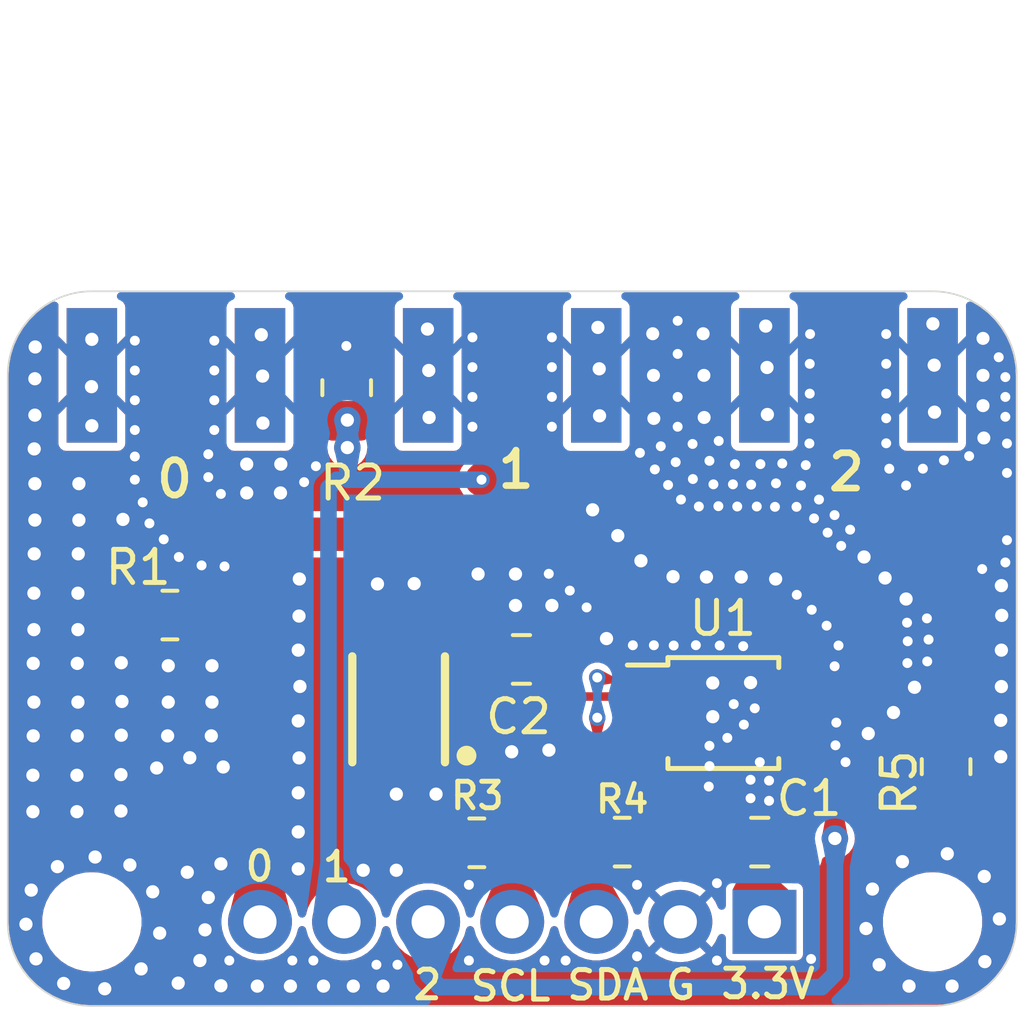
<source format=kicad_pcb>
(kicad_pcb (version 20221018) (generator pcbnew)
  (layers (0 "F.Cu" signal) (31 "B.Cu" signal) (34 "B.Paste" user) (35 "F.Paste" user) (36 "B.SilkS" user "B.Silkscreen") (37 "F.SilkS" user "F.Silkscreen") (38 "B.Mask" user) (39 "F.Mask" user) (44 "Edge.Cuts" user))
  (net 0 "")
  (net 1 "Net-(U1-XA)")
  (net 2 "GND")
  (net 3 "/SDA_3V")
  (net 4 "/SCL_3V")
  (net 5 "/CLK2")
  (net 6 "/CLK1")
  (net 7 "/CLK0")
  (net 8 "+3.3V")
  (net 9 "Net-(Y1-OUT)")
  (footprint "footprints:SMA_EDGELAUNCH_Same" (layer "F.Cu") (at 158.6611 94.7166 -90)
    (fp_text reference "X3" hide)
    (fp_text value "~")
    (pad "GND@1" smd rect (at 2.032 2.54) (size 1.524 4.064) (layers "F.Cu" "F.Mask") (net 2 "GND"))
    (pad "GND@2" smd rect (at 2.032 -2.54) (size 1.524 4.064) (layers "F.Cu" "F.Mask") (net 2 "GND"))
    (pad "GND@3" smd rect (at 2.032 -2.54) (size 1.524 4.064) (layers "B.Cu" "B.Mask") (net 2 "GND"))
    (pad "GND@4" smd rect (at 2.032 2.54) (size 1.524 4.064) (layers "B.Cu" "B.Mask") (net 2 "GND"))
    (pad "P" smd rect (at 2.032 0) (size 1.27 4.064) (layers "F.Cu" "F.Mask") (net 5 "/CLK2"))
  )
  (footprint "Resistor_SMD:R_0805_2012Metric_Pad1.20x1.40mm_HandSolder" (layer "F.Cu") (at 161.61 108.57 90)
    (fp_text reference "R5" (at -0.49 -1.42 90) (layer "F.SilkS"))
    (fp_text value "2.2k" hide)
    (fp_line (start -0.227064 -0.735) (end 0.227064 -0.735) (stroke (width 0.12)) (layer "F.SilkS"))
    (fp_line (start -0.227064 0.735) (end 0.227064 0.735) (stroke (width 0.12)) (layer "F.SilkS"))
    (pad "1" smd roundrect (at -1 0 90) (size 1.2 1.4) (layers "F.Cu" "F.Paste" "F.Mask") (roundrect_rratio 0.2083333333) (net 2 "GND"))
    (pad "2" smd roundrect (at 1 0 90) (size 1.2 1.4) (layers "F.Cu" "F.Paste" "F.Mask") (roundrect_rratio 0.2083333333) (net 5 "/CLK2"))
  )
  (footprint "Resistor_SMD:R_0805_2012Metric_Pad1.20x1.40mm_HandSolder" (layer "F.Cu") (at 143.5 97.12 -90)
    (fp_text reference "R2" (at 2.88 -0.18 -180) (layer "F.SilkS"))
    (fp_text value "2.2k" hide)
    (fp_line (start -0.227064 -0.735) (end 0.227064 -0.735) (stroke (width 0.12)) (layer "F.SilkS"))
    (fp_line (start -0.227064 0.735) (end 0.227064 0.735) (stroke (width 0.12)) (layer "F.SilkS"))
    (pad "1" smd roundrect (at -1 0 270) (size 1.2 1.4) (layers "F.Cu" "F.Paste" "F.Mask") (roundrect_rratio 0.2083333333) (net 2 "GND"))
    (pad "2" smd roundrect (at 1 0 270) (size 1.2 1.4) (layers "F.Cu" "F.Paste" "F.Mask") (roundrect_rratio 0.2083333333) (net 6 "/CLK1"))
  )
  (footprint "Fiducial:Fiducial_1mm_Mask2mm" (layer "F.Cu") (at 138.81 109.99 180)
    (fp_text reference "FID2" hide)
    (fp_text value "~" hide)
    (pad "" smd circle (at 0 0 180) (size 1 1) (layers "F.Cu" "F.Mask") (clearance 0.5))
  )
  (footprint "Resistor_SMD:R_0805_2012Metric_Pad1.20x1.40mm_HandSolder" (layer "F.Cu") (at 138.16 103.99)
    (fp_text reference "R1" (at -0.96 -1.44) (layer "F.SilkS"))
    (fp_text value "2.2k" hide)
    (fp_line (start -0.227064 -0.735) (end 0.227064 -0.735) (stroke (width 0.12)) (layer "F.SilkS"))
    (fp_line (start -0.227064 0.735) (end 0.227064 0.735) (stroke (width 0.12)) (layer "F.SilkS"))
    (pad "1" smd roundrect (at -1 0) (size 1.2 1.4) (layers "F.Cu" "F.Paste" "F.Mask") (roundrect_rratio 0.2083333333) (net 2 "GND"))
    (pad "2" smd roundrect (at 1 0) (size 1.2 1.4) (layers "F.Cu" "F.Paste" "F.Mask") (roundrect_rratio 0.2083333333) (net 7 "/CLK0"))
  )
  (footprint "Resistor_SMD:R_0805_2012Metric_Pad1.20x1.40mm_HandSolder" (layer "F.Cu") (at 151.825 110.85)
    (fp_text reference "R4" (at 0 -1.296) (layer "F.SilkS") (effects (font (size 0.8 0.8))))
    (fp_text value "4.7k" hide)
    (fp_line (start -0.227064 -0.735) (end 0.227064 -0.735) (stroke (width 0.12)) (layer "F.SilkS"))
    (fp_line (start -0.227064 0.735) (end 0.227064 0.735) (stroke (width 0.12)) (layer "F.SilkS"))
    (pad "1" smd roundrect (at -1 0) (size 1.2 1.4) (layers "F.Cu" "F.Paste" "F.Mask") (roundrect_rratio 0.2083333333) (net 3 "/SDA_3V"))
    (pad "2" smd roundrect (at 1 0) (size 1.2 1.4) (layers "F.Cu" "F.Paste" "F.Mask") (roundrect_rratio 0.2083333333) (net 8 "+3.3V"))
  )
  (footprint "MountingHole:MountingHole_2.5mm" (layer "F.Cu") (at 161.2011 113.2586 180)
    (fp_text reference "H2" hide)
    (fp_text value "MOUNTINGHOLE2.5" hide)
    (pad "" np_thru_hole circle (at 0 0 180) (size 2.5 2.5) (drill 2.5) (layers "*.Cu" "*.Mask"))
  )
  (footprint "MountingHole:MountingHole_2.5mm" (layer "F.Cu") (at 135.8011 113.2586 180)
    (fp_text reference "H1" hide)
    (fp_text value "MOUNTINGHOLE2.5" hide)
    (pad "" np_thru_hole circle (at 0 0 180) (size 2.5 2.5) (drill 2.5) (layers "*.Cu" "*.Mask"))
  )
  (footprint "footprints:SMA_EDGELAUNCH_Same" (layer "F.Cu") (at 148.5011 94.7166 -90)
    (fp_text reference "X2" hide)
    (fp_text value "~")
    (pad "GND@1" smd rect (at 2.032 2.54) (size 1.524 4.064) (layers "F.Cu" "F.Mask") (net 2 "GND"))
    (pad "GND@2" smd rect (at 2.032 -2.54) (size 1.524 4.064) (layers "F.Cu" "F.Mask") (net 2 "GND"))
    (pad "GND@3" smd rect (at 2.032 -2.54) (size 1.524 4.064) (layers "B.Cu" "B.Mask") (net 2 "GND"))
    (pad "GND@4" smd rect (at 2.032 2.54) (size 1.524 4.064) (layers "B.Cu" "B.Mask") (net 2 "GND"))
    (pad "P" smd rect (at 2.032 0) (size 1.27 4.064) (layers "F.Cu" "F.Mask") (net 6 "/CLK1"))
  )
  (footprint "Resistor_SMD:R_0805_2012Metric_Pad1.20x1.40mm_HandSolder" (layer "F.Cu") (at 147.431 110.871 180)
    (fp_text reference "R3" (at -0.016 1.4224 180) (layer "F.SilkS") (effects (font (size 0.8 0.8))))
    (fp_text value "4.7k" hide)
    (fp_line (start -0.227064 -0.735) (end 0.227064 -0.735) (stroke (width 0.12)) (layer "F.SilkS"))
    (fp_line (start -0.227064 0.735) (end 0.227064 0.735) (stroke (width 0.12)) (layer "F.SilkS"))
    (pad "1" smd roundrect (at -1 0 180) (size 1.2 1.4) (layers "F.Cu" "F.Paste" "F.Mask") (roundrect_rratio 0.2083333333) (net 4 "/SCL_3V"))
    (pad "2" smd roundrect (at 1 0 180) (size 1.2 1.4) (layers "F.Cu" "F.Paste" "F.Mask") (roundrect_rratio 0.2083333333) (net 8 "+3.3V"))
  )
  (footprint "Adafruit Si5351A:1X07_ROUND_76" (layer "F.Cu") (at 148.5011 113.2586 180)
    (fp_text reference "JP1" hide)
    (fp_text value "~")
    (pad "1" thru_hole rect (at -7.62 0 270) (size 1.9304 1.9304) (drill 1) (layers "*.Cu" "*.Mask") (net 8 "+3.3V"))
    (pad "2" thru_hole circle (at -5.08 0 270) (size 1.9304 1.9304) (drill 1) (layers "*.Cu" "*.Mask") (net 2 "GND"))
    (pad "3" thru_hole circle (at -2.54 0 270) (size 1.9304 1.9304) (drill 1) (layers "*.Cu" "*.Mask") (net 3 "/SDA_3V"))
    (pad "4" thru_hole circle (at 0 0 270) (size 1.9304 1.9304) (drill 1) (layers "*.Cu" "*.Mask") (net 4 "/SCL_3V"))
    (pad "5" thru_hole circle (at 2.54 0 270) (size 1.9304 1.9304) (drill 1) (layers "*.Cu" "*.Mask") (net 5 "/CLK2"))
    (pad "6" thru_hole circle (at 5.08 0 270) (size 1.9304 1.9304) (drill 1) (layers "*.Cu" "*.Mask") (net 6 "/CLK1"))
    (pad "7" thru_hole circle (at 7.62 0 270) (size 1.9304 1.9304) (drill 1) (layers "*.Cu" "*.Mask") (net 7 "/CLK0"))
  )
  (footprint "Capacitor_SMD:C_0805_2012Metric_Pad1.18x1.45mm_HandSolder" (layer "F.Cu") (at 155.98 110.85)
    (fp_text reference "C1" (at 1.49 -1.32 180) (layer "F.SilkS"))
    (fp_text value "100nF" hide)
    (fp_line (start -0.261252 -0.735) (end 0.261252 -0.735) (stroke (width 0.12)) (layer "F.SilkS"))
    (fp_line (start -0.261252 0.735) (end 0.261252 0.735) (stroke (width 0.12)) (layer "F.SilkS"))
    (pad "1" smd roundrect (at -1.0375 0) (size 1.175 1.45) (layers "F.Cu" "F.Paste" "F.Mask") (roundrect_rratio 0.2127659574) (net 8 "+3.3V"))
    (pad "2" smd roundrect (at 1.0375 0) (size 1.175 1.45) (layers "F.Cu" "F.Paste" "F.Mask") (roundrect_rratio 0.2127659574) (net 2 "GND"))
  )
  (footprint "footprints:OSC-SMD_4P-L3.2-W2.5-BL_1XTV" (layer "F.Cu") (at 145.07 106.8375 90)
    (fp_text reference "Y1" hide)
    (fp_text value "OSCILLATOR")
    (fp_line (start -1.6 -1.4) (end 1.6 -1.4) (stroke (width 0.25)) (layer "F.SilkS"))
    (fp_line (start -1.6 1.4) (end 1.6 1.4) (stroke (width 0.25)) (layer "F.SilkS"))
    (fp_arc (start -1.4 2.05) (mid -1.4 2.05) (end -1.4 2.05) (stroke (width 0.3)) (layer "F.SilkS"))
    (pad "1" smd rect (at -1.51 0.7 270) (size 0.8 1) (layers "F.Cu" "F.Paste" "F.Mask") (net 2 "GND"))
    (pad "2" smd rect (at 1.51 0.7 270) (size 0.8 1) (layers "F.Cu" "F.Paste" "F.Mask") (net 2 "GND"))
    (pad "3" smd rect (at 1.51 -0.7 270) (size 0.8 1) (layers "F.Cu" "F.Paste" "F.Mask") (net 9 "Net-(Y1-OUT)"))
    (pad "4" smd rect (at -1.51 -0.7 270) (size 0.8 1) (layers "F.Cu" "F.Paste" "F.Mask") (net 8 "+3.3V"))
  )
  (footprint "footprints:SMA_EDGELAUNCH_Same" (layer "F.Cu") (at 138.3411 94.7166 -90)
    (fp_text reference "X1" hide)
    (fp_text value "~")
    (pad "GND@1" smd rect (at 2.032 2.54) (size 1.524 4.064) (layers "F.Cu" "F.Mask") (net 2 "GND"))
    (pad "GND@2" smd rect (at 2.032 -2.54) (size 1.524 4.064) (layers "F.Cu" "F.Mask") (net 2 "GND"))
    (pad "GND@3" smd rect (at 2.032 -2.54) (size 1.524 4.064) (layers "B.Cu" "B.Mask") (net 2 "GND"))
    (pad "GND@4" smd rect (at 2.032 2.54) (size 1.524 4.064) (layers "B.Cu" "B.Mask") (net 2 "GND"))
    (pad "P" smd rect (at 2.032 0) (size 1.27 4.064) (layers "F.Cu" "F.Mask") (net 7 "/CLK0"))
  )
  (footprint "Capacitor_SMD:C_0805_2012Metric" (layer "F.Cu") (at 148.78 105.33)
    (fp_text reference "C2" (at -0.088 1.73) (layer "F.SilkS"))
    (fp_text value "100nF" hide)
    (fp_line (start -0.261252 -0.735) (end 0.261252 -0.735) (stroke (width 0.12)) (layer "F.SilkS"))
    (fp_line (start -0.261252 0.735) (end 0.261252 0.735) (stroke (width 0.12)) (layer "F.SilkS"))
    (pad "1" smd roundrect (at -0.95 0) (size 1 1.45) (layers "F.Cu" "F.Paste" "F.Mask") (net 9 "Net-(Y1-OUT)"))
    (pad "2" smd roundrect (at 0.95 0) (size 1 1.45) (layers "F.Cu" "F.Paste" "F.Mask") (net 1 "Net-(U1-XA)"))
  )
  (footprint "Fiducial:Fiducial_1mm_Mask2mm" (layer "F.Cu") (at 162.32 100.71)
    (fp_text reference "FID1" hide)
    (fp_text value "~" hide)
    (pad "" smd circle (at 0 0) (size 1 1) (layers "F.Cu" "F.Mask") (clearance 0.5))
  )
  (footprint "Package_SO:MSOP-10_3x3mm_P0.5mm" (layer "F.Cu") (at 154.88 106.95)
    (fp_text reference "U1" (at -0.0162 -2.8608 180) (layer "F.SilkS"))
    (fp_text value "SI5351A" hide)
    (fp_line (start -1.675 -1.675) (end -1.675 -1.45) (stroke (width 0.15)) (layer "F.SilkS"))
    (fp_line (start -1.675 -1.675) (end 1.675 -1.675) (stroke (width 0.15)) (layer "F.SilkS"))
    (fp_line (start -1.675 -1.45) (end -2.9 -1.45) (stroke (width 0.15)) (layer "F.SilkS"))
    (fp_line (start -1.675 1.675) (end -1.675 1.375) (stroke (width 0.15)) (layer "F.SilkS"))
    (fp_line (start -1.675 1.675) (end 1.675 1.675) (stroke (width 0.15)) (layer "F.SilkS"))
    (fp_line (start 1.675 -1.675) (end 1.675 -1.375) (stroke (width 0.15)) (layer "F.SilkS"))
    (fp_line (start 1.675 1.675) (end 1.675 1.375) (stroke (width 0.15)) (layer "F.SilkS"))
    (pad "1" smd rect (at -2.2 -1) (size 1.4 0.3) (layers "F.Cu" "F.Paste" "F.Mask") (net 8 "+3.3V"))
    (pad "2" smd rect (at -2.2 -0.5) (size 1.4 0.3) (layers "F.Cu" "F.Paste" "F.Mask") (net 1 "Net-(U1-XA)"))
    (pad "3" smd rect (at -2.2 0) (size 1.4 0.3) (layers "F.Cu" "F.Paste" "F.Mask"))
    (pad "4" smd rect (at -2.2 0.5) (size 1.4 0.3) (layers "F.Cu" "F.Paste" "F.Mask") (net 4 "/SCL_3V"))
    (pad "5" smd rect (at -2.2 1) (size 1.4 0.3) (layers "F.Cu" "F.Paste" "F.Mask") (net 3 "/SDA_3V"))
    (pad "6" smd rect (at 2.2 1) (size 1.4 0.3) (layers "F.Cu" "F.Paste" "F.Mask") (net 5 "/CLK2"))
    (pad "7" smd rect (at 2.2 0.5) (size 1.4 0.3) (layers "F.Cu" "F.Paste" "F.Mask") (net 8 "+3.3V"))
    (pad "8" smd rect (at 2.2 0) (size 1.4 0.3) (layers "F.Cu" "F.Paste" "F.Mask") (net 2 "GND"))
    (pad "9" smd rect (at 2.2 -0.5) (size 1.4 0.3) (layers "F.Cu" "F.Paste" "F.Mask") (net 6 "/CLK1"))
    (pad "10" smd rect (at 2.2 -1) (size 1.4 0.3) (layers "F.Cu" "F.Paste" "F.Mask") (net 7 "/CLK0"))
  )
  (gr_arc (start 161.2011 94.2086) (mid 162.997151 94.952549) (end 163.7411 96.7486) (stroke (width 0.05)) (layer "Edge.Cuts"))
  (gr_line (start 133.2611 113.2586) (end 133.2611 96.7486) (stroke (width 0.05)) (layer "Edge.Cuts"))
  (gr_line (start 161.2011 115.7986) (end 135.8011 115.7986) (stroke (width 0.05)) (layer "Edge.Cuts"))
  (gr_arc (start 135.8011 115.7986) (mid 134.005049 115.054651) (end 133.2611 113.2586) (stroke (width 0.05)) (layer "Edge.Cuts"))
  (gr_line (start 163.7411 96.7486) (end 163.7411 113.2586) (stroke (width 0.05)) (layer "Edge.Cuts"))
  (gr_arc (start 133.2611 96.7486) (mid 134.005049 94.952549) (end 135.8011 94.2086) (stroke (width 0.05)) (layer "Edge.Cuts"))
  (gr_line (start 135.8011 94.2086) (end 161.2011 94.2086) (stroke (width 0.05)) (layer "Edge.Cuts"))
  (gr_arc (start 163.7411 113.2586) (mid 162.997151 115.054651) (end 161.2011 115.7986) (stroke (width 0.05)) (layer "Edge.Cuts"))
  (gr_text "1" (at 148.6154 99.5934) (layer "F.SilkS") (effects (font (size 1.0668 1.0668) (thickness 0.2032))))
  (gr_text "G" (at 153.59 115.16) (layer "F.SilkS") (effects (font (size 0.8636 0.8636) (thickness 0.1524))))
  (gr_text "0" (at 140.8684 111.5822) (layer "F.SilkS") (effects (font (size 0.8636 0.8636) (thickness 0.1524))))
  (gr_text "SCL" (at 148.45 115.2) (layer "F.SilkS") (effects (font (size 0.8636 0.8636) (thickness 0.1524))))
  (gr_text "2" (at 145.94 115.16) (layer "F.SilkS") (effects (font (size 0.8636 0.8636) (thickness 0.1524))))
  (gr_text "SDA" (at 151.39 115.17) (layer "F.SilkS") (effects (font (size 0.8636 0.8636) (thickness 0.1524))))
  (gr_text "1" (at 143.2 111.6) (layer "F.SilkS") (effects (font (size 0.8636 0.8636) (thickness 0.1524))))
  (gr_text "3.3V" (at 156.23 115.13) (layer "F.SilkS") (effects (font (size 0.8636 0.8636) (thickness 0.1524))))
  (gr_text "2" (at 158.5976 99.6696) (layer "F.SilkS") (effects (font (size 1.0668 1.0668) (thickness 0.2032))))
  (gr_text "0" (at 138.3 99.88) (layer "F.SilkS") (effects (font (size 1.0668 1.0668) (thickness 0.2032))))
  (segment (start 149.73 106.35) (end 149.8325 106.4525) (width 0.254) (layer "F.Cu") (net 1))
  (segment (start 149.73 105.33) (end 149.73 106.35) (width 0.254) (layer "F.Cu") (net 1))
  (segment (start 149.8325 106.4525) (end 152.6775 106.4525) (width 0.254) (layer "F.Cu") (net 1))
  (segment (start 152.68 106.45) (end 150.0605 106.45) (width 0.25) (layer "F.Cu") (net 1))
  (segment (start 146.02 105.6875) (end 146.02 107.9875) (width 0.25) (layer "F.Cu") (net 2))
  (via (at 143.7 115.2) (size 0.8) (drill 0.4) (layers "F.Cu" "B.Cu") (net 2))
  (via (at 163.4 98) (size 0.5) (drill 0.3) (layers "F.Cu" "B.Cu") (net 2))
  (via (at 145.94 95.35) (size 0.8) (drill 0.4) (layers "F.Cu" "B.Cu") (net 2))
  (via (at 145 109.4) (size 0.8) (drill 0.4) (layers "F.Cu" "B.Cu") (net 2))
  (via (at 159.893 99.568) (size 0.5) (drill 0.3) (layers "F.Cu" "B.Cu") (net 2))
  (via (at 143.49 95.86) (size 0.5) (drill 0.3) (layers "F.Cu" "B.Cu") (net 2))
  (via (at 136.68 109.91) (size 0.8) (drill 0.4) (layers "F.Cu" "B.Cu") (net 2))
  (via (at 160.29 111.44) (size 0.8) (drill 0.4) (layers "F.Cu" "B.Cu") (net 2))
  (via (at 158.242 105.537) (size 0.5) (drill 0.3) (layers "F.Cu" "B.Cu") (net 2))
  (via (at 134.114168 114.376541) (size 0.8) (drill 0.4) (layers "F.Cu" "B.Cu") (net 2))
  (via (at 161.26 97.86) (size 0.8) (drill 0.4) (layers "F.Cu" "B.Cu") (net 2))
  (via (at 134.05 103.33) (size 0.8) (drill 0.4) (layers "F.Cu" "B.Cu") (net 2))
  (via (at 162.306 99.187) (size 0.5) (drill 0.3) (layers "F.Cu" "B.Cu") (net 2))
  (via (at 142.06 104.02) (size 0.8) (drill 0.4) (layers "F.Cu" "B.Cu") (net 2))
  (via (at 157.62 101.07) (size 0.5) (drill 0.3) (layers "F.Cu" "B.Cu") (net 2))
  (via (at 155.3 100.71) (size 0.5) (drill 0.3) (layers "F.Cu" "B.Cu") (net 2))
  (via (at 163.4 96.8) (size 0.5) (drill 0.3) (layers "F.Cu" "B.Cu") (net 2))
  (via (at 138.11 106.62) (size 0.8) (drill 0.4) (layers "F.Cu" "B.Cu") (net 2))
  (via (at 157.48 98.806) (size 0.5) (drill 0.3) (layers "F.Cu" "B.Cu") (net 2))
  (via (at 141.859 114.427) (size 0.5) (drill 0.3) (layers "F.Cu" "B.Cu") (net 2))
  (via (at 137.1 96.6) (size 0.5) (drill 0.3) (layers "F.Cu" "B.Cu") (net 2))
  (via (at 163.28 106.15) (size 0.8) (drill 0.4) (layers "F.Cu" "B.Cu") (net 2))
  (via (at 160.45 104.78) (size 0.5) (drill 0.3) (layers "F.Cu" "B.Cu") (net 2))
  (via (at 154.14 100.71) (size 0.5) (drill 0.3) (layers "F.Cu" "B.Cu") (net 2))
  (via (at 158.71 101.41) (size 0.5) (drill 0.3) (layers "F.Cu" "B.Cu") (net 2))
  (via (at 139.1158 102.489) (size 0.5) (drill 0.3) (layers "F.Cu" "B.Cu") (net 2))
  (via (at 156 99.43) (size 0.5) (drill 0.3) (layers "F.Cu" "B.Cu") (net 2))
  (via (at 147.193 114.427) (size 0.5) (drill 0.3) (layers "F.Cu" "B.Cu") (net 2))
  (via (at 138.43 102.235) (size 0.5) (drill 0.3) (layers "F.Cu" "B.Cu") (net 2))
  (via (at 153.5 97.4) (size 0.5) (drill 0.3) (layers "F.Cu" "B.Cu") (net 2))
  (via (at 160.909 99.568) (size 0.5) (drill 0.3) (layers "F.Cu" "B.Cu") (net 2))
  (via (at 160.401 100.076) (size 0.5) (drill 0.3) (layers "F.Cu" "B.Cu") (net 2))
  (via (at 153.6 100.5) (size 0.5) (drill 0.3) (layers "F.Cu" "B.Cu") (net 2))
  (via (at 157.49 97.3) (size 0.5) (drill 0.3) (layers "F.Cu" "B.Cu") (net 2))
  (via (at 145.54 103.04) (size 0.8) (drill 0.4) (layers "F.Cu" "B.Cu") (net 2))
  (via (at 151.69 101.59) (size 0.8) (drill 0.4) (layers "F.Cu" "B.Cu") (net 2))
  (via (at 156.16 95.26) (size 0.8) (drill 0.4) (layers "F.Cu" "B.Cu") (net 2))
  (via (at 156.47 100.01) (size 0.5) (drill 0.3) (layers "F.Cu" "B.Cu") (net 2))
  (via (at 137.76 108.61) (size 0.8) (drill 0.4) (layers "F.Cu" "B.Cu") (net 2))
  (via (at 163.2 96.2) (size 0.5) (drill 0.3) (layers "F.Cu" "B.Cu") (net 2))
  (via (at 161.21 95.19) (size 0.8) (drill 0.4) (layers "F.Cu" "B.Cu") (net 2))
  (via (at 151.09 95.3) (size 0.8) (drill 0.4) (layers "F.Cu" "B.Cu") (net 2))
  (via (at 151.14 97.97) (size 0.8) (drill 0.4) (layers "F.Cu" "B.Cu") (net 2))
  (via (at 155 107.7) (size 0.5) (drill 0.3) (layers "F.Cu" "B.Cu") (net 2))
  (via (at 147.3 95.6) (size 0.5) (drill 0.3) (layers "F.Cu" "B.Cu") (net 2))
  (via (at 155.829 106.807) (size 0.5) (drill 0.3) (layers "F.Cu" "B.Cu") (net 2))
  (via (at 154.461786 108.552562) (size 0.5) (drill 0.3) (layers "F.Cu" "B.Cu") (net 2))
  (via (at 153.36 102.83) (size 0.8) (drill 0.4) (layers "F.Cu" "B.Cu") (net 2))
  (via (at 152.146 104.902) (size 0.5) (drill 0.3) (layers "F.Cu" "B.Cu") (net 2))
  (via (at 136.69 107.62) (size 0.8) (drill 0.4) (layers "F.Cu" "B.Cu") (net 2))
  (via (at 155.702 109.5248) (size 0.5) (drill 0.3) (layers "F.Cu" "B.Cu") (net 2))
  (via (at 150.114 114.427) (size 0.5) (drill 0.3) (layers "F.Cu" "B.Cu") (net 2))
  (via (at 142.0876 106.1466) (size 0.8) (drill 0.4) (layers "F.Cu" "B.Cu") (net 2))
  (via (at 142.0368 110.5408) (size 0.8) (drill 0.4) (layers "F.Cu" "B.Cu") (net 2))
  (via (at 134.95 115.12) (size 0.8) (drill 0.4) (layers "F.Cu" "B.Cu") (net 2))
  (via (at 154.2931 96.7486) (size 0.8001) (drill 0.3937) (layers "F.Cu" "B.Cu") (net 2))
  (via (at 149.61 108.07) (size 0.8) (drill 0.4) (layers "F.Cu" "B.Cu") (net 2))
  (via (at 153.5 96.1) (size 0.5) (drill 0.3) (layers "F.Cu" "B.Cu") (net 2))
  (via (at 137.541 101.219) (size 0.5) (drill 0.3) (layers "F.Cu" "B.Cu") (net 2))
  (via (at 142.07 102.9) (size 0.8) (drill 0.4) (layers "F.Cu" "B.Cu") (net 2))
  (via (at 155.702 106.03) (size 0.8) (drill 0.4) (layers "F.Cu" "B.Cu") (net 2))
  (via (at 144.43 103.05) (size 0.8) (drill 0.4) (layers "F.Cu" "B.Cu") (net 2))
  (via (at 149.7 95.6) (size 0.5) (drill 0.3) (layers "F.Cu" "B.Cu") (net 2))
  (via (at 135.38 106.62) (size 0.8) (drill 0.4) (layers "F.Cu" "B.Cu") (net 2))
  (via (at 161.544 99.314) (size 0.5) (drill 0.3) (layers "F.Cu" "B.Cu") (net 2))
  (via (at 142.0368 105.05) (size 0.8) (drill 0.4) (layers "F.Cu" "B.Cu") (net 2))
  (via (at 152.273 112.141) (size 0.5) (drill 0.3) (layers "F.Cu" "B.Cu") (net 2))
  (via (at 144.399 114.554) (size 0.5) (drill 0.3) (layers "F.Cu" "B.Cu") (net 2))
  (via (at 160.401 103.505) (size 0.8) (drill 0.4) (layers "F.Cu" "B.Cu") (net 2))
  (via (at 135.35 108.83) (size 0.8) (drill 0.4) (layers "F.Cu" "B.Cu") (net 2))
  (via (at 154.27 95.49) (size 0.8001) (drill 0.3937) (layers "F.Cu" "B.Cu") (net 2))
  (via (at 134.08 96.85) (size 0.8) (drill 0.4) (layers "F.Cu" "B.Cu") (net 2))
  (via (at 147.47 102.75) (size 0.8) (drill 0.4) (layers "F.Cu" "B.Cu") (net 2))
  (via (at 142.0368 107.188) (size 0.8) (drill 0.4) (layers "F.Cu" "B.Cu") (net 2))
  (via (at 149.606 102.743) (size 0.5) (drill 0.3) (layers "F.Cu" "B.Cu") (net 2))
  (via (at 144 111.7) (size 0.8) (drill 0.4) (layers "F.Cu" "B.Cu") (net 2))
  (via (at 138.11 105.52) (size 0.8) (drill 0.4) (layers "F.Cu" "B.Cu") (net 2))
  (via (at 139.5 98.4) (size 0.5) (drill 0.3) (layers "F.Cu" "B.Cu") (net 2))
  (via (at 135.38 103.33) (size 0.8) (drill 0.4) (layers "F.Cu" "B.Cu") (net 2))
  (via (at 139.5 97.5) (size 0.5) (drill 0.3) (layers "F.Cu" "B.Cu") (net 2))
  (via (at 139.319 112.522) (size 0.8) (drill 0.4) (layers "F.Cu" "B.Cu") (net 2))
  (via (at 147.3 97.4) (size 0.5) (drill 0.3) (layers "F.Cu" "B.Cu") (net 2))
  (via (at 152.39 102.35) (size 0.8) (drill 0.4) (layers "F.Cu" "B.Cu") (net 2))
  (via (at 159.131 102.235) (size 0.8) (drill 0.4) (layers "F.Cu" "B.Cu") (net 2))
  (via (at 153.38 104.91) (size 0.5) (drill 0.3) (layers "F.Cu" "B.Cu") (net 2))
  (via (at 135.39 102.14) (size 0.8) (drill 0.4) (layers "F.Cu" "B.Cu") (net 2))
  (via (at 139.319 99.13) (size 0.5) (drill 0.3) (layers "F.Cu" "B.Cu") (net 2))
  (via (at 154.74 98.73) (size 0.5) (drill 0.3) (layers "F.Cu" "B.Cu") (net 2))
  (via (at 134.05 104.43) (size 0.8) (drill 0.4) (layers "F.Cu" "B.Cu") (net 2))
  (via (at 135.41 101.12) (size 0.8) (drill 0.4) (layers "F.Cu" "B.Cu") (net 2))
  (via (at 154.73 100.7) (size 0.5) (drill 0.3) (layers "F.Cu" "B.Cu") (net 2))
  (via (at 158.44 101.9) (size 0.5) (drill 0.3) (layers "F.Cu" "B.Cu") (net 2))
  (via (at 154.44 109.17) (size 0.5) (drill 0.3) (layers "F.Cu" "B.Cu") (net 2))
  (via (at 136.95 111.54) (size 0.8) (drill 0.4) (layers "F.Cu" "B.Cu") (net 2))
  (via (at 158 104.31) (size 0.5) (drill 0.3) (layers "F.Cu" "B.Cu") (net 2))
  (via (at 156.2 96.51) (size 0.8) (drill 0.4) (layers "F.Cu" "B.Cu") (net 2))
  (via (at 139.065 114.427) (size 0.8) (drill 0.4) (layers "F.Cu" "B.Cu") (net 2))
  (via (at 158.24 100.97) (size 0.5) (drill 0.3) (layers "F.Cu" "B.Cu") (net 2))
  (via (at 156.46 102.9) (size 0.8) (drill 0.4) (layers "F.Cu" "B.Cu") (net 2))
  (via (at 145 111.7) (size 0.8) (drill 0.4) (layers "F.Cu" "B.Cu") (net 2))
  (via (at 154.37 102.84) (size 0.8) (drill 0.4) (layers "F.Cu" "B.Cu") (net 2))
  (via (at 135.8 95.66) (size 0.8) (drill 0.4) (layers "F.Cu" "B.Cu") (net 2))
  (via (at 141.5 100.3) (size 0.8) (drill 0.4) (layers "F.Cu" "B.Cu") (net 2))
  (via (at 138.09 107.64) (size 0.8) (drill 0.4) (layers "F.Cu" "B.Cu") (net 2))
  (via (at 157.5308 114.38) (size 0.5) (drill 0.3) (layers "F.Cu" "B.Cu") (net 2))
  (via (at 154.559 106.04) (size 0.8) (drill 0.4) (layers "F.Cu" "B.Cu") (net 2))
  (via (at 154.05 104.9) (size 0.5) (drill 0.3) (layers "F.Cu" "B.Cu") (net 2))
  (via (at 155.9814 108.4326) (size 0.5) (drill 0.3) (layers "F.Cu" "B.Cu") (net 2))
  (via (at 155.23 99.43) (size 0.5) (drill 0.3) (layers "F.Cu" "B.Cu") (net 2))
  (via (at 134.02 108.83) (size 0.8) (drill 0.4) (layers "F.Cu" "B.Cu") (net 2))
  (via (at 155.17 100.04) (size 0.5) (drill 0.3) (layers "F.Cu" "B.Cu") (net 2))
  (via (at 152.78 98.05) (size 0.8001) (drill 0.3937) (layers "F.Cu" "B.Cu") (net 2))
  (via (at 160.43 104.22) (size 0.5) (drill 0.3) (layers "F.Cu" "B.Cu") (net 2))
  (via (at 142.8 115.2) (size 0.8) (drill 0.4) (layers "F.Cu" "B.Cu") (net 2))
  (via (at 159.5882 114.554) (size 0.8) (drill 0.4) (layers "F.Cu" "B.Cu") (net 2))
  (via (at 155.194 106.68) (size 0.5) (drill 0.3) (layers "F.Cu" "B.Cu") (net 2))
  (via (at 134.03 107.64) (size 0.8) (drill 0.4) (layers "F.Cu" "B.Cu") (net 2))
  (via (at 156.21 97.93) (size 0.8) (drill 0.4) (layers "F.Cu" "B.Cu") (net 2))
  (via (at 161.79 115.2) (size 0.8) (drill 0.4) (layers "F.Cu" "B.Cu") (net 2))
  (via (at 158.36 104.91) (size 0.5) (drill 0.3) (layers "F.Cu" "B.Cu") (net 2))
  (via (at 140.48 99.43) (size 0.8) (drill 0.4) (layers "F.Cu" "B.Cu") (net 2))
  (via (at 155.42 102.84) (size 0.8) (drill 0.4) (layers "F.Cu" "B.Cu") (net 2))
  (via (at 133.81 113.33) (size 0.8) (drill 0.4) (layers "F.Cu" "B.Cu") (net 2))
  (via (at 151.13 96.55) (size 0.8) (drill 0.4) (layers "F.Cu" "B.Cu") (net 2))
  (via (at 134.08 101.12) (size 0.8) (drill 0.4) (layers "F.Cu" "B.Cu") (net 2))
  (via (at 139.7 100.33) (size 0.5) (drill 0.3) (layers "F.Cu" "B.Cu") (net 2))
  (via (at 139.81 102.52) (size 0.5) (drill 0.3) (layers "F.Cu" "B.Cu") (net 2))
  (via (at 142.2146 99.9744) (size 0.5) (drill 0.3) (layers "F.Cu" "B.Cu") (net 2))
  (via (at 153.95 98.82) (size 0.5) (drill 0.3) (layers "F.Cu" "B.Cu") (net 2))
  (via (at 135.9 111.3) (size 0.8) (drill 0.4) (layers "F.Cu" "B.Cu") (net 2))
  (via (at 145.99 98.02) (size 0.8) (drill 0.4) (layers "F.Cu" "B.Cu") (net 2))
  (via (at 133.97 112.3) (size 0.8) (drill 0.4) (layers "F.Cu" "B.Cu") (net 2))
  (via (at 158.2928 107.2388) (size 0.5) (drill 0.3) (layers "F.Cu" "B.Cu") (net 2))
  (via (at 158.5722 108.4326) (size 0.5) (drill 0.3) (layers "F.Cu" "B.Cu") (net 2))
  (via (at 134.06 102.14) (size 0.8) (drill 0.4) (layers "F.Cu" "B.Cu") (net 2))
  (via (at 157.226 100.076) (size 0.5) (drill 0.3) (layers "F.Cu" "B.Cu") (net 2))
  (via (at 159.8 98.044) (size 0.5) (drill 0.3) (layers "F.Cu" "B.Cu") (net 2))
  (via (at 147.3 98.3) (size 0.5) (drill 0.3) (layers "F.Cu" "B.Cu") (net 2))
  (via (at 156.66 99.41) (size 0.5) (drill 0.3) (layers "F.Cu" "B.Cu") (net 2))
  (via (at 140.97 98.19) (size 0.8) (drill 0.4) (layers "F.Cu" "B.Cu") (net 2))
  (via (at 134.08 97.95) (size 0.8) (drill 0.4) (layers "F.Cu" "B.Cu") (net 2))
  (via (at 161.25 96.44) (size 0.8) (drill 0.4) (layers "F.Cu" "B.Cu") (net 2))
  (via (at 163.28 105.05) (size 0.8) (drill 0.4) (layers "F.Cu" "B.Cu") (net 2))
  (via (at 136.69 105.43) (size 0.8) (drill 0.4) (layers "F.Cu" "B.Cu") (net 2))
  (via (at 157.09 100.72) (size 0.5) (drill 0.3) (layers "F.Cu" "B.Cu") (net 2))
  (via (at 153.21 100.06) (size 0.5) (drill 0.3) (layers "F.Cu" "B.Cu") (net 2))
  (via (at 152.781 104.902) (size 0.5) (drill 0.3) (layers "F.Cu" "B.Cu") (net 2))
  (via (at 140.92 95.52) (size 0.8) (drill 0.4) (layers "F.Cu" "B.Cu") (net 2))
  (via (at 159.8 97.3) (size 0.5) (drill 0.3) (layers "F.Cu" "B.Cu") (net 2))
  (via (at 162.7251 97.663) (size 0.8001) (drill 0.3937) (layers "F.Cu" "B.Cu") (net 2))
  (via (at 160.49 115.2) (size 0.8) (drill 0.4) (layers "F.Cu" "B.Cu") (net 2))
  (via (at 139.954 114.427) (size 0.5) (drill 0.3) (layers "F.Cu" "B.Cu") (net 2))
  (via (at 159.19 113.46) (size 0.8) (drill 0.4) (layers "F.Cu" "B.Cu") (net 2))
  (via (at 153.96 99.88) (size 0.5) (drill 0.3) (layers "F.Cu" "B.Cu") (net 2))
  (via (at 159.385 112.268) (size 0.8) (drill 0.4) (layers "F.Cu" "B.Cu") (net 2))
  (via (at 139.43 106.62) (size 0.8) (drill 0.4) (layers "F.Cu" "B.Cu") (net 2))
  (via (at 163.26 107.17) (size 0.8) (drill 0.4) (layers "F.Cu" "B.Cu") (net 2))
  (via (at 150.241 103.251) (size 0.5) (drill 0.3) (layers "F.Cu" "B.Cu") (net 2))
  (via (at 142.5702 99.4918) (size 0.5) (drill 0.3) (layers "F.Cu" "B.Cu") (net 2))
  (via (at 159.258 107.569) (size 0.8) (drill 0.4) (layers "F.Cu" "B.Cu") (net 2))
  (via (at 139.41 107.64) (size 0.8) (drill 0.4) (layers "F.Cu" "B.Cu") (net 2))
  (via (at 163.449 98.806) (size 0.5) (drill 0.3) (layers "F.Cu" "B.Cu") (net 2))
  (via (at 146.2 109.4) (size 0.8) (drill 0.4) (layers "F.Cu" "B.Cu") (net 2))
  (via (at 138.684 111.76) (size 0.8) (drill 0.4) (layers "F.Cu" "B.Cu") (net 2))
  (via (at 139.319 99.822) (size 0.5) (drill 0.3) (layers "F.Cu" "B.Cu") (net 2))
  (via (at 154.3 98.02) (size 0.8001) (drill 0.3937) (layers "F.Cu" "B.Cu") (net 2))
  (via (at 157.099 103.378) (size 0.5) (drill 0.3) (layers "F.Cu" "B.Cu") (net 2))
  (via (at 161.08 104.73) (size 0.5) (drill 0.3) (layers "F.Cu" "B.Cu") (net 2))
  (via (at 134.05 106.62) (size 0.8) (drill 0.4) (layers "F.Cu" "B.Cu") (net 2))
  (via (at 137.1 97.5) (size 0.5) (drill 0.3) (layers "F.Cu" "B.Cu") (net 2))
  (via (at 140.48 100.3) (size 0.8) (drill 0.4) (layers "F.Cu" "B.Cu") (net 2))
  (via (at 162.7251 95.631) (size 0.8001) (drill 0.3937) (layers "F.Cu" "B.Cu") (net 2))
  (via (at 149.7 97.4) (size 0.5) (drill 0.3) (layers "F.Cu" "B.Cu") (net 2))
  (via (at 150.749 103.759) (size 0.5) (drill 0.3) (layers "F.Cu" "B.Cu") (net 2))
  (via (at 158.03 101.5) (size 0.5) (drill 0.3) (layers "F.Cu" "B.Cu") (net 2))
  (via (at 155.702 108.966) (size 0.5) (drill 0.3) (layers "F.Cu" "B.Cu") (net 2))
  (via (at 134.06 98.97) (size 0.8) (drill 0.4) (layers "F.Cu" "B.Cu") (net 2))
  (via (at 142.0368 111.6584) (size 0.8) (drill 0.4) (layers "F.Cu" "B.Cu") (net 2))
  (via (at 135.8 98.27) (size 0.8) (drill 0.4) (layers "F.Cu" "B.Cu") (net 2))
  (via (at 137.9728 101.7016) (size 0.5) (drill 0.3) (layers "F.Cu" "B.Cu") (net 2))
  (via (at 157.37 99.46) (size 0.5) (drill 0.3) (layers "F.Cu" "B.Cu") (net 2))
  (via (at 163.28 103.1) (size 0.8) (drill 0.4) (layers "F.Cu" "B.Cu") (net 2))
  (via (at 134.09 95.89) (size 0.8) (drill 0.4) (layers "F.Cu" "B.Cu") (net 2))
  (via (at 139.5 95.7) (size 0.5) (drill 0.3) (layers "F.Cu" "B.Cu") (net 2))
  (via (at 136.71 106.6) (size 0.8) (drill 0.4) (layers "F.Cu" "B.Cu") (net 2))
  (via (at 162.7632 111.887) (size 0.8) (drill 0.4) (layers "F.Cu" "B.Cu") (net 2))
  (via (at 152.746 95.49) (size 0.8001) (drill 0.3937) (layers "F.Cu" "B.Cu") (net 2))
  (via (at 139.43 105.52) (size 0.8) (drill 0.4) (layers "F.Cu" "B.Cu") (net 2))
  (via (at 163.29 104) (size 0.8) (drill 0.4) (layers "F.Cu" "B.Cu") (net 2))
  (via (at 134.03 105.45) (size 0.8) (drill 0.4) (layers "F.Cu" "B.Cu") (net 2))
  (via (at 161.6456 111.2012) (size 0.8) (drill 0.4) (layers "F.Cu" "B.Cu") (net 2))
  (via (at 152.81 99.59) (size 0.5) (drill 0.3) (layers "F.Cu" "B.Cu") (net 2))
  (via (at 154.46 99.33) (size 0.5) (drill 0.3) (layers "F.Cu" "B.Cu") (net 2))
  (via (at 149.7 103.7) (size 0.8) (drill 0.4) (layers "F.Cu" "B.Cu") (net 2))
  (via (at 155.5 107.3) (size 0.5) (drill 0.3) (layers "F.Cu" "B.Cu") (net 2))
  (via (at 159.766 102.87) (size 0.8) (drill 0.4) (layers "F.Cu" "B.Cu") (net 2))
  (via (at 157.48 98.044) (size 0.5) (drill 0.3) (layers "F.Cu" "B.Cu") (net 2))
  (via (at 137.1 95.7) (size 0.5) (drill 0.3) (layers "F.Cu" "B.Cu") (net 2))
  (via (at 153.5 95.1) (size 0.5) (drill 0.3) (layers "F.Cu" "B.Cu") (net 2))
  (via (at 137.29 114.68) (size 0.8) (drill 0.4) (layers "F.Cu" "B.Cu") (net 2))
  (via (at 147.193 112.141) (size 0.5) (drill 0.3) (layers "F.Cu" "B.Cu") (net 2))
  (via (at 157.49 96.4) (size 0.5) (drill 0.3) (layers "F.Cu" "B.Cu") (net 2))
  (via (at 154.56 107.061) (size 0.8) (drill 0.4) (layers "F.Cu" "B.Cu") (net 2))
  (via (at 147.3 96.5) (size 0.5) (drill 0.3) (layers "F.Cu" "B.Cu") (net 2))
  (via (at 163.4 102.4) (size 0.5) (drill 0.3) (layers "F.Cu" "B.Cu") (net 2))
  (via (at 154.686 114.427) (size 0.5) (drill 0.3) (layers "F.Cu" "B.Cu") (net 2))
  (via (at 153.44 99.37) (size 0.5) (drill 0.3) (layers "F.Cu" "B.Cu") (net 2))
  (via (at 137.3378 100.584) (size 0.5) (drill 0.3) (layers "F.Cu" "B.Cu") (net 2))
  (via (at 151.35 104.7) (size 0.8) (drill 0.4) (layers "F.Cu" "B.Cu") (net 2))
  (via (at 135.38 104.43) (size 0.8) (drill 0.4) (layers "F.Cu" "B.Cu") (net 2))
  (via (at 161.03 104.09) (size 0.5) (drill 0.3) (layers "F.Cu" "B.Cu") (net 2))
  (via (at 139.5 96.6) (size 0.5) (drill 0.3) (layers "F.Cu" "B.Cu") (net 2))
  (via (at 142.494 114.427) (size 0.5) (drill 0.3) (layers "F.Cu" "B.Cu") (net 2))
  (via (at 159.8 98.8) (size 0.5) (drill 0.3) (layers "F.Cu" "B.Cu") (net 2))
  (via (at 157.77 100.5) (size 0.5) (drill 0.3) (layers "F.Cu" "B.Cu") (net 2))
  (via (at 148.6 102.75) (size 0.8) (drill 0.4) (layers "F.Cu" "B.Cu") (net 2))
  (via (at 158.2674 107.9246) (size 0.5) (drill 0.3) (layers "F.Cu" "B.Cu") (net 2))
  (via (at 157.5 95.5) (size 0.5) (drill 0.3) (layers "F.Cu" "B.Cu") (net 2))
  (via (at 163.4 97.4) (size 0.5) (drill 0.3) (layers "F.Cu" "B.Cu") (net 2))
  (via (at 145.034 114.554) (size 0.5) (drill 0.3) (layers "F.Cu" "B.Cu") (net 2))
  (via (at 140.96 96.77) (size 0.8) (drill 0.4) (layers "F.Cu" "B.Cu") (net 2))
  (via (at 155.48 104.93) (size 0.5) (drill 0.3) (layers "F.Cu" "B.Cu") (net 2))
  (via (at 156.44 100.72) (size 0.5) (drill 0.3) (layers "F.Cu" "B.Cu") (net 2))
  (via (at 139.77 108.58) (size 0.8) (drill 0.4) (layers "F.Cu" "B.Cu") (net 2))
  (via (at 135.36 107.64) (size 0.8) (drill 0.4) (layers "F.Cu" "B.Cu") (net 2))
  (via (at 135.41 100.02) (size 0.8) (drill 0.4) (layers "F.Cu" "B.Cu") (net 2))
  (via (at 162.75 98.64) (size 0.8001) (drill 0.3937) (layers "F.Cu" "B.Cu") (net 2))
  (via (at 154.46 107.94) (size 0.5) (drill 0.3) (layers "F.Cu" "B.Cu") (net 2))
  (via (at 136.19 115.28) (size 0.8) (drill 0.4) (layers "F.Cu" "B.Cu") (net 2))
  (via (at 141.51 99.43) (size 0.8) (drill 0.4) (layers "F.Cu" "B.Cu") (net 2))
  (via (at 162.7251 96.7486) (size 0.8001) (drill 0.3937) (layers "F.Cu" "B.Cu") (net 2))
  (via (at 144.6 115.2) (size 0.8) (drill 0.4) (layers "F.Cu" "B.Cu") (net 2))
  (via (at 149.7 98.3) (size 0.5) (drill 0.3) (layers "F.Cu" "B.Cu") (net 2))
  (via (at 160.02 106.934) (size 0.8) (drill 0.4) (layers "F.Cu" "B.Cu") (net 2))
  (via (at 134.02 109.93) (size 0.8) (drill 0.4) (layers "F.Cu" "B.Cu") (net 2))
  (via (at 152.99 98.89) (size 0.5) (drill 0.3) (layers "F.Cu" "B.Cu") (net 2))
  (via (at 160.44 105.44) (size 0.5) (drill 0.3) (layers "F.Cu" "B.Cu") (net 2))
  (via (at 163.449 99.695) (size 0.5) (drill 0.3) (layers "F.Cu" "B.Cu") (net 2))
  (via (at 141.8 115.2) (size 0.8) (drill 0.4) (layers "F.Cu" "B.Cu") (net 2))
  (via (at 136.68 108.81) (size 0.8) (drill 0.4) (layers "F.Cu" "B.Cu") (net 2))
  (via (at 140.8 115.2) (size 0.8) (drill 0.4) (layers "F.Cu" "B.Cu") (net 2))
  (via (at 149.479 114.427) (size 0.5) (drill 0.3) (layers "F.Cu" "B.Cu") (net 2))
  (via (at 145.98 96.6) (size 0.8) (drill 0.4) (layers "F.Cu" "B.Cu") (net 2))
  (via (at 148.485 108.12) (size 0.8) (drill 0.4) (layers "F.Cu" "B.Cu") (net 2))
  (via (at 142.0368 109.36) (size 0.8) (drill 0.4) (layers "F.Cu" "B.Cu") (net 2))
  (via (at 137.1 98.4) (size 0.5) (drill 0.3) (layers "F.Cu" "B.Cu") (net 2))
  (via (at 161.04 105.39) (size 0.5) (drill 0.3) (layers "F.Cu" "B.Cu") (net 2))
  (via (at 162.78 114.46) (size 0.8) (drill 0.4) (layers "F.Cu" "B.Cu") (net 2))
  (via (at 139.22 113.5) (size 0.8) (drill 0.4) (layers "F.Cu" "B.Cu") (net 2))
  (via (at 137.1 99.2) (size 0.5) (drill 0.3) (layers "F.Cu" "B.Cu") (net 2))
  (via (at 163.449 101.727) (size 0.5) (drill 0.3) (layers "F.Cu" "B.Cu") (net 2))
  (via (at 136.74 101.1) (size 0.8) (drill 0.4) (layers "F.Cu" "B.Cu") (net 2))
  (via (at 137.64 112.35) (size 0.8) (drill 0.4) (layers "F.Cu" "B.Cu") (net 2))
  (via (at 152.273 114.3) (size 0.5) (drill 0.3) (layers "F.Cu" "B.Cu") (net 2))
  (via (at 156.2608 108.9914) (size 0.5) (drill 0.3) (layers "F.Cu" "B.Cu") (net 2))
  (via (at 155.72 100.05) (size 0.5) (drill 0.3) (layers "F.Cu" "B.Cu") (net 2))
  (via (at 153.5 98.3) (size 0.5) (drill 0.3) (layers "F.Cu" "B.Cu") (net 2))
  (via (at 139.7 115.189) (size 0.8) (drill 0.4) (layers "F.Cu" "B.Cu") (net 2))
  (via (at 159.8 96.4) (size 0.5) (drill 0.3) (layers "F.Cu" "B.Cu") (net 2))
  (via (at 148.6 103.7) (size 0.8) (drill 0.4) (layers "F.Cu" "B.Cu") (net 2))
  (via (at 135.35 109.93) (size 0.8) (drill 0.4) (layers "F.Cu" "B.Cu") (net 2))
  (via (at 154.58 100.04) (size 0.5) (drill 0.3) (layers "F.Cu" "B.Cu") (net 2))
  (via (at 163.22 113.17) (size 0.8) (drill 0.4) (layers "F.Cu" "B.Cu") (net 2))
  (via (at 134.08 100.02) (size 0.8) (drill 0.4) (layers "F.Cu" "B.Cu") (net 2))
  (via (at 137.85 113.6) (size 0.8) (drill 0.4) (layers "F.Cu" "B.Cu") (net 2))
  (via (at 139.7 111.506) (size 0.8) (drill 0.4) (layers "F.Cu" "B.Cu") (net 2))
  (via (at 135.36 105.45) (size 0.8) (drill 0.4) (layers "F.Cu" "B.Cu") (net 2))
  (via (at 159.8 95.5) (size 0.5) (drill 0.3) (layers "F.Cu" "B.Cu") (net 2))
  (via (at 154.77 104.91) (size 0.5) (drill 0.3) (layers "F.Cu" "B.Cu") (net 2))
  (via (at 157.55 103.83) (size 0.5) (drill 0.3) (layers "F.Cu" "B.Cu") (net 2))
  (via (at 149.7 96.5) (size 0.5) (drill 0.3) (layers "F.Cu" "B.Cu") (net 2))
  (via (at 154.686 112.0902) (size 0.5) (drill 0.3) (layers "F.Cu" "B.Cu") (net 2))
  (via (at 162.7 102.6) (size 0.5) (drill 0.3) (layers "F.Cu" "B.Cu") (net 2))
  (via (at 160.655 106.172) (size 0.8) (drill 0.4) (layers "F.Cu" "B.Cu") (net 2))
  (via (at 137.1 99.9) (size 0.5) (drill 0.3) (layers "F.Cu" "B.Cu") (net 2))
  (via (at 156.2608 109.601) (size 0.5) (drill 0.3) (layers "F.Cu" "B.Cu") (net 2))
  (via (at 152.7691 96.7486) (size 0.8001) (drill 0.3937) (layers "F.Cu" "B.Cu") (net 2))
  (via (at 134.76 111.59) (size 0.8) (drill 0.4) (layers "F.Cu" "B.Cu") (net 2))
  (via (at 150.93 100.81) (size 0.8) (drill 0.4) (layers "F.Cu" "B.Cu") (net 2))
  (via (at 138.76 108.3) (size 0.8) (drill 0.4) (layers "F.Cu" "B.Cu") (net 2))
  (via (at 152.36 99.09) (size 0.5) (drill 0.3) (layers "F.Cu" "B.Cu") (net 2))
  (via (at 135.79 97.09) (size 0.8) (drill 0.4) (layers "F.Cu" "B.Cu") (net 2))
  (via (at 155.89 100.71) (size 0.5) (drill 0.3) (layers "F.Cu" "B.Cu") (net 2))
  (via (at 163.26 108.27) (size 0.8) (drill 0.4) (layers "F.Cu" "B.Cu") (net 2))
  (via (at 138.41 115.11) (size 0.8) (drill 0.4) (layers "F.Cu" "B.Cu") (net 2))
  (via (at 142.0622 108.3056) (size 0.8) (drill 0.4) (layers "F.Cu" "B.Cu") (net 2))
  (segment (start 150.825 110.85) (end 152.68 108.995) (width 0.25) (layer "F.Cu") (net 3))
  (segment (start 150.825 110.85) (end 150.825 113.0425) (width 0.5) (layer "F.Cu") (net 3))
  (segment (start 152.68 107.95) (end 152.68 108.995) (width 0.25) (layer "F.Cu") (net 3))
  (segment (start 152.68 107.45) (end 151.74 107.45) (width 0.25) (layer "F.Cu") (net 4))
  (segment (start 151.395 109.59) (end 148.685 109.59) (width 0.25) (layer "F.Cu") (net 4))
  (segment (start 151.74 107.45) (end 151.655 107.535) (width 0.25) (layer "F.Cu") (net 4))
  (segment (start 151.655 109.33) (end 151.395 109.59) (width 0.25) (layer "F.Cu") (net 4))
  (segment (start 151.655 107.535) (end 151.655 109.33) (width 0.25) (layer "F.Cu") (net 4))
  (segment (start 148.42 109.855) (end 148.42 110.68) (width 0.25) (layer "F.Cu") (net 4))
  (segment (start 148.685 109.59) (end 148.42 109.855) (width 0.25) (layer "F.Cu") (net 4))
  (segment (start 148.5011 113.2586) (end 148.5011 110.9599) (width 0.5) (layer "F.Cu") (net 4))
  (segment (start 157.23 108.8) (end 157.23 108) (width 0.2) (layer "F.Cu") (net 5))
  (segment (start 158.25 109.82) (end 157.88 109.45) (width 0.25) (layer "F.Cu") (net 5))
  (segment (start 162.03 103.35) (end 162.03 106.65) (width 1) (layer "F.Cu") (net 5))
  (segment (start 159.23 109.45) (end 157.88 109.45) (width 1) (layer "F.Cu") (net 5))
  (segment (start 158.6611 99.9811) (end 158.6611 96.7486) (width 1) (layer "F.Cu") (net 5))
  (segment (start 158.25 110.74) (end 158.25 109.82) (width 0.5) (layer "F.Cu") (net 5))
  (segment (start 157.88 109.45) (end 157.23 108.8) (width 1) (layer "F.Cu") (net 5))
  (segment (start 158.735 100.055) (end 158.6611 99.9811) (width 1) (layer "F.Cu") (net 5))
  (segment (start 162.03 106.65) (end 159.23 109.45) (width 1) (layer "F.Cu") (net 5))
  (segment (start 158.735 100.055) (end 162.03 103.35) (width 1) (layer "F.Cu") (net 5))
  (via (at 158.25 110.74) (size 0.8) (drill 0.4) (layers "F.Cu" "B.Cu") (net 5))
  (segment (start 158.25 114.83) (end 158.25 110.74) (width 0.5) (layer "B.Cu") (net 5))
  (segment (start 146.32 115.23) (end 157.85 115.23) (width 0.5) (layer "B.Cu") (net 5))
  (segment (start 145.9611 113.2586) (end 145.9611 114.8711) (width 0.5) (layer "B.Cu") (net 5))
  (segment (start 145.9611 114.8711) (end 146.32 115.23) (width 0.5) (layer "B.Cu") (net 5))
  (segment (start 157.85 115.23) (end 158.25 114.83) (width 0.5) (layer "B.Cu") (net 5))
  (segment (start 147.59 99.884) (end 148.61 99.884) (width 0.5) (layer "F.Cu") (net 6))
  (segment (start 148.5011 99.6411) (end 148.5011 96.7486) (width 1) (layer "F.Cu") (net 6))
  (segment (start 147.824 99.65) (end 147.574 99.9) (width 1) (layer "F.Cu") (net 6))
  (segment (start 153.44 101.7) (end 151.39 99.65) (width 1) (layer "F.Cu") (net 6))
  (segment (start 148.61 99.884) (end 148.844 99.65) (width 0.5) (layer "F.Cu") (net 6))
  (segment (start 159.48 105.85) (end 159.48 104.317998) (width 1) (layer "F.Cu") (net 6))
  (segment (start 148.844 99.65) (end 148.51 99.65) (width 1) (layer "F.Cu") (net 6))
  (segment (start 148.26 99.9) (end 148.51 99.65) (width 0.25) (layer "F.Cu") (net 6))
  (segment (start 148.425 99.735) (end 148.51 99.65) (width 0.25) (layer "F.Cu") (net 6))
  (segment (start 151.39 99.65) (end 150.02 99.65) (width 1) (layer "F.Cu") (net 6))
  (segment (start 156.862002 101.7) (end 153.44 101.7) (width 1) (layer "F.Cu") (net 6))
  (segment (start 150.02 99.65) (end 147.824 99.65) (width 1) (layer "F.Cu") (net 6))
  (segment (start 148.51 99.65) (end 148.5011 99.6411) (width 1) (layer "F.Cu") (net 6))
  (segment (start 150.02 99.65) (end 148.844 99.65) (width 1) (layer "F.Cu") (net 6))
  (segment (start 158.888 106.442) (end 157.22 106.442) (width 0.2) (layer "F.Cu") (net 6))
  (segment (start 158.888 106.442) (end 159.48 105.85) (width 1) (layer "F.Cu") (net 6))
  (segment (start 147.574 99.9) (end 147.59 99.884) (width 0.5) (layer "F.Cu") (net 6))
  (segment (start 159.48 104.317998) (end 156.862002 101.7) (width 1) (layer "F.Cu") (net 6))
  (via (at 143.52 98.93) (size 0.8) (drill 0.4) (layers "F.Cu" "B.Cu") (net 6))
  (via (at 143.52 98.1) (size 0.8) (drill 0.4) (layers "F.Cu" "B.Cu") (net 6))
  (via (at 147.574 99.9) (size 0.5) (drill 0.3) (layers "F.Cu" "B.Cu") (net 6))
  (segment (start 143.54 98.91) (end 143.52 98.93) (width 0.5) (layer "B.Cu") (net 6))
  (segment (start 142.95 100.15) (end 142.95 112.7875) (width 0.5) (layer "B.Cu") (net 6))
  (segment (start 143.2 99.9) (end 142.95 100.15) (width 0.5) (layer "B.Cu") (net 6))
  (segment (start 143.54 98.95) (end 143.54 99.9) (width 0.5) (layer "B.Cu") (net 6))
  (segment (start 143.54 99.9) (end 147.475 99.9) (width 0.5) (layer "B.Cu") (net 6))
  (segment (start 143.54 98.22) (end 143.52 98.1) (width 0.5) (layer "B.Cu") (net 6))
  (segment (start 143.52 98.93) (end 143.54 98.95) (width 0.5) (layer "B.Cu") (net 6))
  (segment (start 143.52 98.1) (end 143.54 98.18) (width 0.5) (layer "B.Cu") (net 6))
  (segment (start 143.54 98.22) (end 143.54 98.91) (width 0.5) (layer "B.Cu") (net 6))
  (segment (start 156.13 103.95) (end 152.38 103.95) (width 1) (layer "F.Cu") (net 7))
  (segment (start 152.38 103.95) (end 149.98 101.55) (width 1) (layer "F.Cu") (net 7))
  (segment (start 157.23 105.05) (end 156.13 103.95) (width 1) (layer "F.Cu") (net 7))
  (segment (start 143.764 101.55) (end 142.621 101.55) (width 1) (layer "F.Cu") (net 7))
  (segment (start 138.3411 96.7486) (end 138.3411 100.626735) (width 1) (layer "F.Cu") (net 7))
  (segment (start 138.3411 100.626735) (end 139.264365 101.55) (width 1) (layer "F.Cu") (net 7))
  (segment (start 140.8811 113.2586) (end 140.8811 103.99) (width 1) (layer "F.Cu") (net 7))
  (segment (start 140.8811 103.99) (end 140.8811 101.6311) (width 1) (layer "F.Cu") (net 7))
  (segment (start 142.621 101.55) (end 140.8 101.55) (width 1) (layer "F.Cu") (net 7))
  (segment (start 140.8811 101.6311) (end 140.8 101.55) (width 1) (layer "F.Cu") (net 7))
  (segment (start 149.98 101.55) (end 143.764 101.55) (width 1) (layer "F.Cu") (net 7))
  (segment (start 139.264365 101.55) (end 142.621 101.55) (width 1) (layer "F.Cu") (net 7))
  (segment (start 157.23 105.05) (end 157.23 105.891999) (width 0.2) (layer "F.Cu") (net 7))
  (segment (start 139.264365 101.55) (end 143.764 101.55) (width 1) (layer "F.Cu") (net 7))
  (segment (start 140.8811 103.99) (end 139.16 103.99) (width 1) (layer "F.Cu") (net 7))
  (segment (start 151.1445 105.95) (end 151.07 105.8755) (width 0.2) (layer "F.Cu") (net 8))
  (segment (start 156.1211 112.0286) (end 154.9425 110.85) (width 0.5) (layer "F.Cu") (net 8))
  (segment (start 151.07 108.89) (end 150.88 109.08) (width 0.25) (layer "F.Cu") (net 8))
  (segment (start 157.08 107.45) (end 156.13 107.45) (width 0.2) (layer "F.Cu") (net 8))
  (segment (start 144.399 110.871) (end 146.431 110.871) (width 0.25) (layer "F.Cu") (net 8))
  (segment (start 151.07 107.09) (end 151.07 108.89) (width 0.25) (layer "F.Cu") (net 8))
  (segment (start 144.12 110.592) (end 144.399 110.871) (width 0.25) (layer "F.Cu") (net 8))
  (segment (start 154.83275 110.871) (end 153.01525 110.871) (width 0.5) (layer "F.Cu") (net 8))
  (segment (start 152.68 105.95) (end 151.1445 105.95) (width 0.2) (layer "F.Cu") (net 8))
  (segment (start 153.8 105.95) (end 152.68 105.95) (width 0.2) (layer "F.Cu") (net 8))
  (segment (start 156.1211 113.2586) (end 156.1211 112.0286) (width 0.5) (layer "F.Cu") (net 8))
  (segment (start 146.431 110.871) (end 147.32 109.982) (width 0.25) (layer "F.Cu") (net 8))
  (segment (start 153.83 110.75) (end 153.83 105.98) (width 0.2) (layer "F.Cu") (net 8))
  (segment (start 144.12 107.9875) (end 144.12 110.592) (width 0.25) (layer "F.Cu") (net 8))
  (segment (start 153.83 105.98) (end 153.8 105.95) (width 0.2) (layer "F.Cu") (net 8))
  (segment (start 156.13 107.45) (end 155.0275 108.5525) (width 0.2) (layer "F.Cu") (net 8))
  (segment (start 155.0275 108.5525) (end 155.0275 110.85) (width 0.2) (layer "F.Cu") (net 8))
  (segment (start 147.32 109.08) (end 150.88 109.08) (width 0.25) (layer "F.Cu") (net 8))
  (segment (start 147.32 109.982) (end 147.32 109.08) (width 0.25) (layer "F.Cu") (net 8))
  (via (at 151.07 105.8755) (size 0.5) (drill 0.3) (layers "F.Cu" "B.Cu") (net 8))
  (via (at 151.07 107.09) (size 0.5) (drill 0.3) (layers "F.Cu" "B.Cu") (net 8))
  (segment (start 151.07 107.09) (end 151.07 105.8755) (width 0.25) (layer "B.Cu") (net 8))
  (segment (start 144.41 104.35) (end 146.947918 104.35) (width 0.5) (layer "F.Cu") (net 9))
  (segment (start 144.37 104.39) (end 144.41 104.35) (width 0.5) (layer "F.Cu") (net 9))
  (segment (start 144.37 105.3275) (end 144.37 104.39) (width 0.5) (layer "F.Cu") (net 9))
  (segment (start 147.83 105.232082) (end 146.947918 104.35) (width 0.5) (layer "F.Cu") (net 9))
  (zone (net 0) (net_name "") (layer "F.Cu") (connect_pads (clearance 0)) (min_thickness 0.254)
    (keepout (tracks allowed) (vias not_allowed) (pads allowed) (copperpour not_allowed) (footprints allowed))
    (fill (thermal_gap 0.508) (thermal_bridge_width 0.508) (island_removal_mode 2) (island_area_min 10))
    (polygon (pts (xy 145.2 107) (xy 147 107) (xy 147 108.8) (xy 145.2 108.8)))
  )
  (zone (net 2) (net_name "GND") (layer "F.Cu") (connect_pads (clearance 0.2)) (min_thickness 0.25) (fill yes (thermal_gap 0.25) (thermal_bridge_width 0.25) (smoothing chamfer) (radius 0.05) (island_removal_mode 2) (island_area_min 10))
    (polygon (pts (xy 133.24 94.38) (xy 133.29 115.8) (xy 163.76 115.76) (xy 163.71 94.34)))
  )
  (zone (net 2) (net_name "GND") (layer "B.Cu") (priority 1) (connect_pads (clearance 0.2)) (min_thickness 0.25) (fill yes (thermal_gap 0.25) (thermal_bridge_width 0.25) (smoothing chamfer) (radius 0.05) (island_removal_mode 2) (island_area_min 10))
    (polygon (pts (xy 133.26 93.99) (xy 133.25 115.81) (xy 163.77 115.74) (xy 163.78 93.92)))
  )
)
</source>
